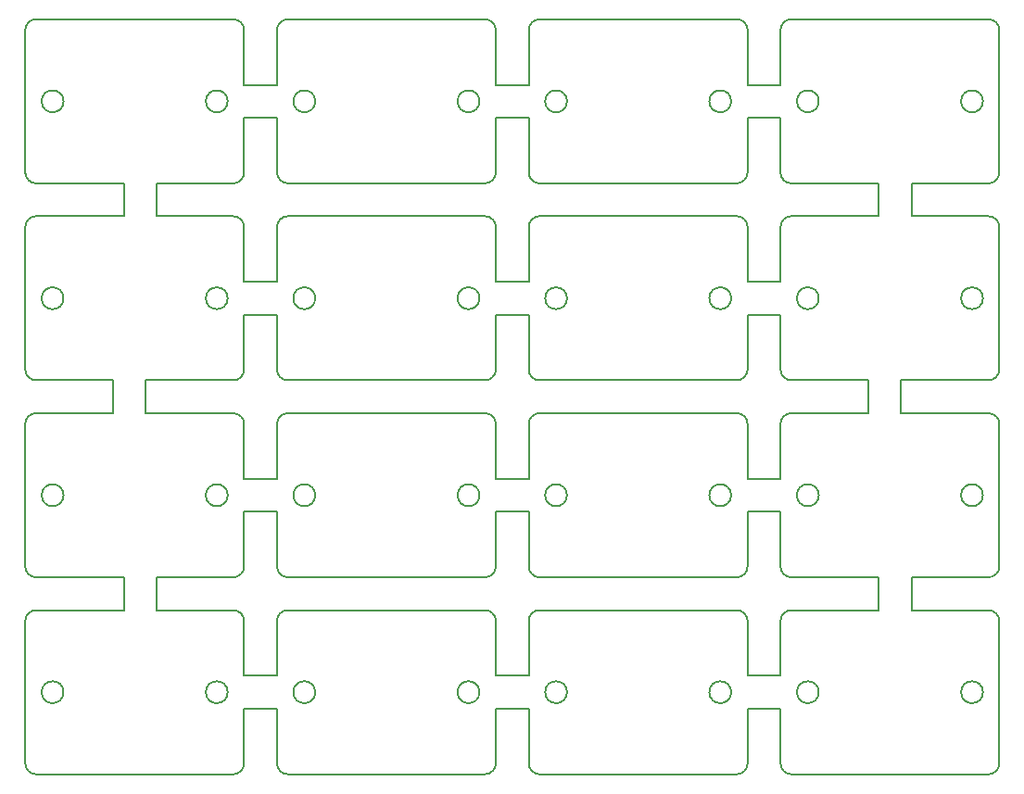
<source format=gbr>
G04 #@! TF.GenerationSoftware,KiCad,Pcbnew,(5.1.5)-3*
G04 #@! TF.CreationDate,2020-04-27T00:01:42+07:00*
G04 #@! TF.ProjectId,adapter,61646170-7465-4722-9e6b-696361645f70,rev?*
G04 #@! TF.SameCoordinates,Original*
G04 #@! TF.FileFunction,Profile,NP*
%FSLAX46Y46*%
G04 Gerber Fmt 4.6, Leading zero omitted, Abs format (unit mm)*
G04 Created by KiCad (PCBNEW (5.1.5)-3) date 2020-04-27 00:01:42*
%MOMM*%
%LPD*%
G04 APERTURE LIST*
%ADD10C,0.150000*%
G04 APERTURE END LIST*
D10*
X70000000Y-30000000D02*
X73000000Y-30000000D01*
X70000000Y-33000000D02*
X73000000Y-33000000D01*
X46000000Y-33000000D02*
X49000000Y-33000000D01*
X46000000Y-30000000D02*
X49000000Y-30000000D01*
X70000000Y-69000000D02*
X73000000Y-69000000D01*
X70000000Y-66000000D02*
X73000000Y-66000000D01*
X46000000Y-69000000D02*
X49000000Y-69000000D01*
X46000000Y-66000000D02*
X49000000Y-66000000D01*
X34000000Y-51000000D02*
X26000000Y-51000000D01*
X26000000Y-48000000D02*
X34000000Y-48000000D01*
X16000000Y-48000000D02*
X23000000Y-48000000D01*
X23000000Y-51000000D02*
X16000000Y-51000000D01*
X95000000Y-48000000D02*
X103000000Y-48000000D01*
X85000000Y-48000000D02*
X92000000Y-48000000D01*
X92000000Y-51000000D02*
X85000000Y-51000000D01*
X95000000Y-51000000D02*
X103000000Y-51000000D01*
X23000000Y-48000000D02*
X23000000Y-51000000D01*
X26000000Y-51000000D02*
X26000000Y-48000000D01*
X95000000Y-51000000D02*
X95000000Y-48000000D01*
X92000000Y-51000000D02*
X92000000Y-48000000D01*
X33500000Y-76500000D02*
G75*
G03X33500000Y-76500000I-1000000J0D01*
G01*
X35000000Y-83000000D02*
G75*
G02X34000000Y-84000000I-1000000J0D01*
G01*
X35000000Y-65000000D02*
G75*
G02X34000000Y-66000000I-1000000J0D01*
G01*
X56500000Y-76500000D02*
G75*
G03X56500000Y-76500000I-1000000J0D01*
G01*
X16000000Y-66000000D02*
G75*
G02X15000000Y-65000000I0J1000000D01*
G01*
X15000000Y-70000000D02*
G75*
G02X16000000Y-69000000I1000000J0D01*
G01*
X15000000Y-52000000D02*
G75*
G02X16000000Y-51000000I1000000J0D01*
G01*
X34000000Y-51000000D02*
G75*
G02X35000000Y-52000000I0J-1000000D01*
G01*
X16000000Y-84000000D02*
G75*
G02X15000000Y-83000000I0J1000000D01*
G01*
X34000000Y-69000000D02*
G75*
G02X35000000Y-70000000I0J-1000000D01*
G01*
X38000000Y-52000000D02*
G75*
G02X39000000Y-51000000I1000000J0D01*
G01*
X41500000Y-76500000D02*
G75*
G03X41500000Y-76500000I-1000000J0D01*
G01*
X18500000Y-76500000D02*
G75*
G03X18500000Y-76500000I-1000000J0D01*
G01*
X41500000Y-58500000D02*
G75*
G03X41500000Y-58500000I-1000000J0D01*
G01*
X57000000Y-51000000D02*
G75*
G02X58000000Y-52000000I0J-1000000D01*
G01*
X33500000Y-58500000D02*
G75*
G03X33500000Y-58500000I-1000000J0D01*
G01*
X18500000Y-58500000D02*
G75*
G03X18500000Y-58500000I-1000000J0D01*
G01*
X56500000Y-58500000D02*
G75*
G03X56500000Y-58500000I-1000000J0D01*
G01*
X39000000Y-69000000D02*
X40200000Y-69000000D01*
X35000000Y-75000000D02*
X35000000Y-70400000D01*
X16000000Y-84000000D02*
X34000000Y-84000000D01*
X35000000Y-70400000D02*
X35000000Y-70000000D01*
X34000000Y-69000000D02*
X33000000Y-69000000D01*
X38000000Y-65000000D02*
X38000000Y-64200000D01*
X38000000Y-70000000D02*
X38000000Y-70400000D01*
X38000000Y-70000000D02*
G75*
G02X39000000Y-69000000I1000000J0D01*
G01*
X58000000Y-83000000D02*
G75*
G02X57000000Y-84000000I-1000000J0D01*
G01*
X15000000Y-70000000D02*
X15000000Y-83000000D01*
X39000000Y-66000000D02*
G75*
G02X38000000Y-65000000I0J1000000D01*
G01*
X39000000Y-84000000D02*
G75*
G02X38000000Y-83000000I0J1000000D01*
G01*
X57000000Y-69000000D02*
G75*
G02X58000000Y-70000000I0J-1000000D01*
G01*
X57000000Y-84000000D02*
X39000000Y-84000000D01*
X58000000Y-65000000D02*
G75*
G02X57000000Y-66000000I-1000000J0D01*
G01*
X15000000Y-52000000D02*
X15000000Y-65000000D01*
X39000000Y-51000000D02*
X57000000Y-51000000D01*
X35000000Y-65000000D02*
X35000000Y-64200000D01*
X34000000Y-66000000D02*
X33000000Y-66000000D01*
X39000000Y-66000000D02*
X40200000Y-66000000D01*
X38000000Y-70400000D02*
X38000000Y-75000000D01*
X38000000Y-75000000D02*
X35000000Y-75000000D01*
X62000000Y-66000000D02*
X70000000Y-66000000D01*
X38000000Y-83000000D02*
X38000000Y-78000000D01*
X38000000Y-78000000D02*
X35000000Y-78000000D01*
X27000000Y-66000000D02*
X33000000Y-66000000D01*
X35000000Y-78000000D02*
X35000000Y-83000000D01*
X24000000Y-69000000D02*
X16000000Y-69000000D01*
X24000000Y-66000000D02*
X24000000Y-69000000D01*
X16000000Y-66000000D02*
X24000000Y-66000000D01*
X40200000Y-66000000D02*
X46000000Y-66000000D01*
X49000000Y-69000000D02*
X57000000Y-69000000D01*
X27000000Y-69000000D02*
X33000000Y-69000000D01*
X27000000Y-69000000D02*
X27000000Y-66000000D01*
X35000000Y-64200000D02*
X35000000Y-60000000D01*
X38000000Y-60000000D02*
X38000000Y-64200000D01*
X57000000Y-66000000D02*
X49000000Y-66000000D01*
X73000000Y-66000000D02*
X79000000Y-66000000D01*
X38000000Y-57000000D02*
X35000000Y-57000000D01*
X35000000Y-57000000D02*
X35000000Y-52000000D01*
X46000000Y-69000000D02*
X40200000Y-69000000D01*
X35000000Y-60000000D02*
X38000000Y-60000000D01*
X38000000Y-52000000D02*
X38000000Y-57000000D01*
X81000000Y-57000000D02*
X81000000Y-52000000D01*
X81000000Y-64200000D02*
X81000000Y-60000000D01*
X64500000Y-58500000D02*
G75*
G03X64500000Y-58500000I-1000000J0D01*
G01*
X81000000Y-65000000D02*
X81000000Y-64200000D01*
X80000000Y-66000000D02*
X79000000Y-66000000D01*
X62000000Y-51000000D02*
X80000000Y-51000000D01*
X81000000Y-65000000D02*
G75*
G02X80000000Y-66000000I-1000000J0D01*
G01*
X80000000Y-51000000D02*
G75*
G02X81000000Y-52000000I0J-1000000D01*
G01*
X85000000Y-66000000D02*
X93000000Y-66000000D01*
X62000000Y-66000000D02*
G75*
G02X61000000Y-65000000I0J1000000D01*
G01*
X61000000Y-52000000D02*
G75*
G02X62000000Y-51000000I1000000J0D01*
G01*
X79500000Y-58500000D02*
G75*
G03X79500000Y-58500000I-1000000J0D01*
G01*
X81000000Y-75000000D02*
X81000000Y-70400000D01*
X84000000Y-78000000D02*
X81000000Y-78000000D01*
X96000000Y-66000000D02*
X102000000Y-66000000D01*
X104000000Y-65000000D02*
G75*
G02X103000000Y-66000000I-1000000J0D01*
G01*
X104000000Y-64200000D02*
X104000000Y-60000000D01*
X104000000Y-65000000D02*
X104000000Y-64200000D01*
X103000000Y-66000000D02*
X102000000Y-66000000D01*
X85000000Y-66000000D02*
G75*
G02X84000000Y-65000000I0J1000000D01*
G01*
X103000000Y-51000000D02*
G75*
G02X104000000Y-52000000I0J-1000000D01*
G01*
X81000000Y-70400000D02*
X81000000Y-70000000D01*
X84000000Y-52000000D02*
G75*
G02X85000000Y-51000000I1000000J0D01*
G01*
X87500000Y-58500000D02*
G75*
G03X87500000Y-58500000I-1000000J0D01*
G01*
X102500000Y-58500000D02*
G75*
G03X102500000Y-58500000I-1000000J0D01*
G01*
X104000000Y-57000000D02*
X104000000Y-52000000D01*
X70000000Y-69000000D02*
X62000000Y-69000000D01*
X81000000Y-78000000D02*
X81000000Y-83000000D01*
X80000000Y-69000000D02*
X79000000Y-69000000D01*
X103000000Y-69000000D02*
G75*
G02X104000000Y-70000000I0J-1000000D01*
G01*
X104000000Y-70000000D02*
X104000000Y-70800000D01*
X62000000Y-84000000D02*
X80000000Y-84000000D01*
X79500000Y-76500000D02*
G75*
G03X79500000Y-76500000I-1000000J0D01*
G01*
X73000000Y-69000000D02*
X79000000Y-69000000D01*
X84000000Y-70000000D02*
G75*
G02X85000000Y-69000000I1000000J0D01*
G01*
X62000000Y-84000000D02*
G75*
G02X61000000Y-83000000I0J1000000D01*
G01*
X81000000Y-83000000D02*
G75*
G02X80000000Y-84000000I-1000000J0D01*
G01*
X80000000Y-69000000D02*
G75*
G02X81000000Y-70000000I0J-1000000D01*
G01*
X85000000Y-69000000D02*
X93000000Y-69000000D01*
X61000000Y-70000000D02*
G75*
G02X62000000Y-69000000I1000000J0D01*
G01*
X103000000Y-84000000D02*
X85000000Y-84000000D01*
X84000000Y-75000000D02*
X81000000Y-75000000D01*
X103000000Y-69000000D02*
X101800000Y-69000000D01*
X64500000Y-76500000D02*
G75*
G03X64500000Y-76500000I-1000000J0D01*
G01*
X101800000Y-69000000D02*
X96000000Y-69000000D01*
X104000000Y-75000000D02*
X104000000Y-70800000D01*
X102500000Y-76500000D02*
G75*
G03X102500000Y-76500000I-1000000J0D01*
G01*
X87500000Y-76500000D02*
G75*
G03X87500000Y-76500000I-1000000J0D01*
G01*
X104000000Y-83000000D02*
X104000000Y-78000000D01*
X104000000Y-60000000D02*
X104000000Y-57000000D01*
X84000000Y-65000000D02*
X84000000Y-60000000D01*
X58000000Y-75000000D02*
X61000000Y-75000000D01*
X61000000Y-78000000D02*
X58000000Y-78000000D01*
X104000000Y-75000000D02*
X104000000Y-78000000D01*
X61000000Y-75000000D02*
X61000000Y-70000000D01*
X84000000Y-57000000D02*
X84000000Y-52000000D01*
X61000000Y-52000000D02*
X61000000Y-57000000D01*
X96000000Y-69000000D02*
X96000000Y-66000000D01*
X58000000Y-78000000D02*
X58000000Y-83000000D01*
X84000000Y-60000000D02*
X81000000Y-60000000D01*
X61000000Y-57000000D02*
X58000000Y-57000000D01*
X84000000Y-75000000D02*
X84000000Y-70000000D01*
X84000000Y-83000000D02*
X84000000Y-78000000D01*
X58000000Y-70000000D02*
X58000000Y-75000000D01*
X61000000Y-83000000D02*
X61000000Y-78000000D01*
X81000000Y-57000000D02*
X84000000Y-57000000D01*
X93000000Y-66000000D02*
X93000000Y-69000000D01*
X85000000Y-84000000D02*
G75*
G02X84000000Y-83000000I0J1000000D01*
G01*
X104000000Y-83000000D02*
G75*
G02X103000000Y-84000000I-1000000J0D01*
G01*
X58000000Y-65000000D02*
X58000000Y-60000000D01*
X61000000Y-60000000D02*
X61000000Y-65000000D01*
X58000000Y-57000000D02*
X58000000Y-52000000D01*
X58000000Y-60000000D02*
X61000000Y-60000000D01*
X61000000Y-24000000D02*
X61000000Y-29000000D01*
X58000000Y-24000000D02*
X61000000Y-24000000D01*
X58000000Y-29000000D02*
X58000000Y-24000000D01*
X58000000Y-21000000D02*
X58000000Y-16000000D01*
X61000000Y-21000000D02*
X58000000Y-21000000D01*
X61000000Y-16000000D02*
X61000000Y-21000000D01*
X61000000Y-39000000D02*
X61000000Y-34000000D01*
X58000000Y-39000000D02*
X61000000Y-39000000D01*
X58000000Y-34000000D02*
X58000000Y-39000000D01*
X58000000Y-42000000D02*
X58000000Y-47000000D01*
X61000000Y-42000000D02*
X58000000Y-42000000D01*
X61000000Y-47000000D02*
X61000000Y-42000000D01*
X84000000Y-47000000D02*
X84000000Y-42000000D01*
X84000000Y-39000000D02*
X84000000Y-34000000D01*
X84000000Y-24000000D02*
X81000000Y-24000000D01*
X84000000Y-29000000D02*
X84000000Y-24000000D01*
X84000000Y-21000000D02*
X84000000Y-16000000D01*
X81000000Y-21000000D02*
X84000000Y-21000000D01*
X93000000Y-30000000D02*
X93000000Y-33000000D01*
X96000000Y-33000000D02*
X96000000Y-30000000D01*
X104000000Y-39000000D02*
X104000000Y-42000000D01*
X104000000Y-24000000D02*
X104000000Y-21000000D01*
X104000000Y-47000000D02*
X104000000Y-42000000D01*
X87500000Y-40500000D02*
G75*
G03X87500000Y-40500000I-1000000J0D01*
G01*
X102500000Y-40500000D02*
G75*
G03X102500000Y-40500000I-1000000J0D01*
G01*
X104000000Y-47000000D02*
G75*
G02X103000000Y-48000000I-1000000J0D01*
G01*
X85000000Y-48000000D02*
G75*
G02X84000000Y-47000000I0J1000000D01*
G01*
X103000000Y-33000000D02*
G75*
G02X104000000Y-34000000I0J-1000000D01*
G01*
X84000000Y-34000000D02*
G75*
G02X85000000Y-33000000I1000000J0D01*
G01*
X104000000Y-34000000D02*
X104000000Y-34800000D01*
X103000000Y-33000000D02*
X101800000Y-33000000D01*
X104000000Y-39000000D02*
X104000000Y-34800000D01*
X85000000Y-33000000D02*
X93000000Y-33000000D01*
X101800000Y-33000000D02*
X96000000Y-33000000D01*
X73000000Y-33000000D02*
X79000000Y-33000000D01*
X84000000Y-39000000D02*
X81000000Y-39000000D01*
X79500000Y-40500000D02*
G75*
G03X79500000Y-40500000I-1000000J0D01*
G01*
X64500000Y-40500000D02*
G75*
G03X64500000Y-40500000I-1000000J0D01*
G01*
X61000000Y-34000000D02*
G75*
G02X62000000Y-33000000I1000000J0D01*
G01*
X62000000Y-48000000D02*
G75*
G02X61000000Y-47000000I0J1000000D01*
G01*
X81000000Y-47000000D02*
G75*
G02X80000000Y-48000000I-1000000J0D01*
G01*
X80000000Y-33000000D02*
G75*
G02X81000000Y-34000000I0J-1000000D01*
G01*
X62000000Y-48000000D02*
X80000000Y-48000000D01*
X80000000Y-33000000D02*
X79000000Y-33000000D01*
X81000000Y-34400000D02*
X81000000Y-34000000D01*
X81000000Y-39000000D02*
X81000000Y-34400000D01*
X81000000Y-42000000D02*
X81000000Y-47000000D01*
X84000000Y-42000000D02*
X81000000Y-42000000D01*
X70000000Y-33000000D02*
X62000000Y-33000000D01*
X104000000Y-21000000D02*
X104000000Y-16000000D01*
X102500000Y-22500000D02*
G75*
G03X102500000Y-22500000I-1000000J0D01*
G01*
X87500000Y-22500000D02*
G75*
G03X87500000Y-22500000I-1000000J0D01*
G01*
X84000000Y-16000000D02*
G75*
G02X85000000Y-15000000I1000000J0D01*
G01*
X103000000Y-15000000D02*
G75*
G02X104000000Y-16000000I0J-1000000D01*
G01*
X85000000Y-30000000D02*
G75*
G02X84000000Y-29000000I0J1000000D01*
G01*
X104000000Y-29000000D02*
G75*
G02X103000000Y-30000000I-1000000J0D01*
G01*
X85000000Y-15000000D02*
X103000000Y-15000000D01*
X103000000Y-30000000D02*
X102000000Y-30000000D01*
X104000000Y-29000000D02*
X104000000Y-28200000D01*
X104000000Y-28200000D02*
X104000000Y-24000000D01*
X96000000Y-30000000D02*
X102000000Y-30000000D01*
X85000000Y-30000000D02*
X93000000Y-30000000D01*
X81000000Y-21000000D02*
X81000000Y-16000000D01*
X79500000Y-22500000D02*
G75*
G03X79500000Y-22500000I-1000000J0D01*
G01*
X64500000Y-22500000D02*
G75*
G03X64500000Y-22500000I-1000000J0D01*
G01*
X61000000Y-16000000D02*
G75*
G02X62000000Y-15000000I1000000J0D01*
G01*
X80000000Y-15000000D02*
G75*
G02X81000000Y-16000000I0J-1000000D01*
G01*
X62000000Y-30000000D02*
G75*
G02X61000000Y-29000000I0J1000000D01*
G01*
X81000000Y-29000000D02*
G75*
G02X80000000Y-30000000I-1000000J0D01*
G01*
X62000000Y-15000000D02*
X80000000Y-15000000D01*
X80000000Y-30000000D02*
X79000000Y-30000000D01*
X81000000Y-29000000D02*
X81000000Y-28200000D01*
X81000000Y-28200000D02*
X81000000Y-24000000D01*
X73000000Y-30000000D02*
X79000000Y-30000000D01*
X62000000Y-30000000D02*
X70000000Y-30000000D01*
X57000000Y-30000000D02*
X49000000Y-30000000D01*
X49000000Y-33000000D02*
X57000000Y-33000000D01*
X40200000Y-30000000D02*
X46000000Y-30000000D01*
X46000000Y-33000000D02*
X40200000Y-33000000D01*
X35000000Y-21000000D02*
X35000000Y-16000000D01*
X38000000Y-21000000D02*
X35000000Y-21000000D01*
X38000000Y-16000000D02*
X38000000Y-21000000D01*
X38000000Y-24000000D02*
X38000000Y-28200000D01*
X35000000Y-24000000D02*
X38000000Y-24000000D01*
X35000000Y-28200000D02*
X35000000Y-24000000D01*
X27000000Y-30000000D02*
X33000000Y-30000000D01*
X27000000Y-33000000D02*
X27000000Y-30000000D01*
X27000000Y-33000000D02*
X33000000Y-33000000D01*
X24000000Y-30000000D02*
X24000000Y-33000000D01*
X16000000Y-30000000D02*
X24000000Y-30000000D01*
X24000000Y-33000000D02*
X16000000Y-33000000D01*
X35000000Y-42000000D02*
X35000000Y-47000000D01*
X38000000Y-42000000D02*
X35000000Y-42000000D01*
X38000000Y-47000000D02*
X38000000Y-42000000D01*
X38000000Y-39000000D02*
X35000000Y-39000000D01*
X35000000Y-39000000D02*
X35000000Y-34400000D01*
X38000000Y-34400000D02*
X38000000Y-39000000D01*
X39000000Y-30000000D02*
X40200000Y-30000000D01*
X39000000Y-33000000D02*
X40200000Y-33000000D01*
X38000000Y-34000000D02*
X38000000Y-34400000D01*
X35000000Y-34400000D02*
X35000000Y-34000000D01*
X35000000Y-29000000D02*
X35000000Y-28200000D01*
X38000000Y-29000000D02*
X38000000Y-28200000D01*
X34000000Y-30000000D02*
X33000000Y-30000000D01*
X34000000Y-33000000D02*
X33000000Y-33000000D01*
X57000000Y-48000000D02*
X39000000Y-48000000D01*
X39000000Y-15000000D02*
X57000000Y-15000000D01*
X15000000Y-34000000D02*
X15000000Y-47000000D01*
X15000000Y-16000000D02*
X15000000Y-29000000D01*
X16000000Y-15000000D02*
X34000000Y-15000000D01*
X58000000Y-29000000D02*
G75*
G02X57000000Y-30000000I-1000000J0D01*
G01*
X57000000Y-33000000D02*
G75*
G02X58000000Y-34000000I0J-1000000D01*
G01*
X58000000Y-47000000D02*
G75*
G02X57000000Y-48000000I-1000000J0D01*
G01*
X39000000Y-48000000D02*
G75*
G02X38000000Y-47000000I0J1000000D01*
G01*
X38000000Y-34000000D02*
G75*
G02X39000000Y-33000000I1000000J0D01*
G01*
X39000000Y-30000000D02*
G75*
G02X38000000Y-29000000I0J1000000D01*
G01*
X35000000Y-29000000D02*
G75*
G02X34000000Y-30000000I-1000000J0D01*
G01*
X34000000Y-33000000D02*
G75*
G02X35000000Y-34000000I0J-1000000D01*
G01*
X35000000Y-47000000D02*
G75*
G02X34000000Y-48000000I-1000000J0D01*
G01*
X16000000Y-48000000D02*
G75*
G02X15000000Y-47000000I0J1000000D01*
G01*
X15000000Y-34000000D02*
G75*
G02X16000000Y-33000000I1000000J0D01*
G01*
X16000000Y-30000000D02*
G75*
G02X15000000Y-29000000I0J1000000D01*
G01*
X57000000Y-15000000D02*
G75*
G02X58000000Y-16000000I0J-1000000D01*
G01*
X38000000Y-16000000D02*
G75*
G02X39000000Y-15000000I1000000J0D01*
G01*
X34000000Y-15000000D02*
G75*
G02X35000000Y-16000000I0J-1000000D01*
G01*
X15000000Y-16000000D02*
G75*
G02X16000000Y-15000000I1000000J0D01*
G01*
X41500000Y-40500000D02*
G75*
G03X41500000Y-40500000I-1000000J0D01*
G01*
X56500000Y-40500000D02*
G75*
G03X56500000Y-40500000I-1000000J0D01*
G01*
X18500000Y-40500000D02*
G75*
G03X18500000Y-40500000I-1000000J0D01*
G01*
X33500000Y-40500000D02*
G75*
G03X33500000Y-40500000I-1000000J0D01*
G01*
X41500000Y-22500000D02*
G75*
G03X41500000Y-22500000I-1000000J0D01*
G01*
X56500000Y-22500000D02*
G75*
G03X56500000Y-22500000I-1000000J0D01*
G01*
X18500000Y-22500000D02*
G75*
G03X18500000Y-22500000I-1000000J0D01*
G01*
X33500000Y-22500000D02*
G75*
G03X33500000Y-22500000I-1000000J0D01*
G01*
M02*

</source>
